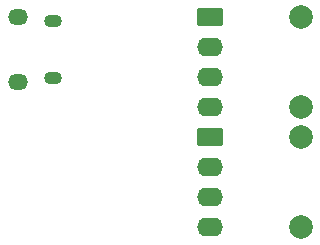
<source format=gbr>
%TF.GenerationSoftware,KiCad,Pcbnew,8.0.5*%
%TF.CreationDate,2025-10-24T23:35:40+02:00*%
%TF.ProjectId,U2O,55324f2e-6b69-4636-9164-5f7063625858,rev?*%
%TF.SameCoordinates,Original*%
%TF.FileFunction,Soldermask,Bot*%
%TF.FilePolarity,Negative*%
%FSLAX46Y46*%
G04 Gerber Fmt 4.6, Leading zero omitted, Abs format (unit mm)*
G04 Created by KiCad (PCBNEW 8.0.5) date 2025-10-24 23:35:40*
%MOMM*%
%LPD*%
G01*
G04 APERTURE LIST*
G04 Aperture macros list*
%AMRoundRect*
0 Rectangle with rounded corners*
0 $1 Rounding radius*
0 $2 $3 $4 $5 $6 $7 $8 $9 X,Y pos of 4 corners*
0 Add a 4 corners polygon primitive as box body*
4,1,4,$2,$3,$4,$5,$6,$7,$8,$9,$2,$3,0*
0 Add four circle primitives for the rounded corners*
1,1,$1+$1,$2,$3*
1,1,$1+$1,$4,$5*
1,1,$1+$1,$6,$7*
1,1,$1+$1,$8,$9*
0 Add four rect primitives between the rounded corners*
20,1,$1+$1,$2,$3,$4,$5,0*
20,1,$1+$1,$4,$5,$6,$7,0*
20,1,$1+$1,$6,$7,$8,$9,0*
20,1,$1+$1,$8,$9,$2,$3,0*%
G04 Aperture macros list end*
%ADD10O,1.700000X1.350000*%
%ADD11O,1.500000X1.100000*%
%ADD12RoundRect,0.249600X-0.850400X-0.550400X0.850400X-0.550400X0.850400X0.550400X-0.850400X0.550400X0*%
%ADD13O,2.200000X1.600000*%
%ADD14C,2.000000*%
G04 APERTURE END LIST*
D10*
%TO.C,J2*%
X20005002Y-21000001D03*
D11*
X23004999Y-21310000D03*
X23004998Y-26150000D03*
D10*
X20005000Y-26460000D03*
%TD*%
D12*
%TO.C,J1*%
X36280000Y-20990000D03*
D13*
X36280000Y-23530000D03*
X36280000Y-26070000D03*
X36280000Y-28610000D03*
D14*
X43980000Y-28610000D03*
X43980000Y-20990000D03*
%TD*%
D12*
%TO.C,J3*%
X36280000Y-31180000D03*
D13*
X36280000Y-33720000D03*
X36280000Y-36260000D03*
X36280000Y-38800000D03*
D14*
X43980000Y-38800000D03*
X43980000Y-31180000D03*
%TD*%
M02*

</source>
